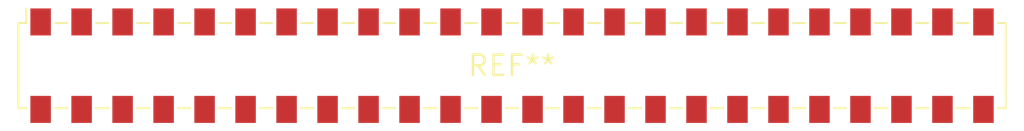
<source format=kicad_pcb>
(kicad_pcb (version 20240108) (generator pcbnew)
  (layers (0 "F.Cu" signal) (31 "B.Cu" signal) (34 "B.Paste" user) (35 "F.Paste" user) (36 "B.SilkS" user "B.Silkscreen") (37 "F.SilkS" user "F.Silkscreen") (38 "B.Mask" user) (39 "F.Mask" user) (44 "Edge.Cuts" user))
  (net 0 "")
  (footprint "Samtec_HLE-124-02-xxx-DV-BE-LC_2x24_P2.54mm_Horizontal" (layer "F.Cu") (at 0 0)
    (property "Reference" "REF**")
    (property "Value" "Samtec_HLE-124-02-xxx-DV-BE-LC_2x24_P2.54mm_Horizontal")
    (fp_line (start -30.59 -2.65) (end -30.59 2.65) (layer "F.SilkS") (stroke (width 0.12)))
    (fp_line (start -30.59 2.65) (end -30.105 2.65) (layer "F.SilkS") (stroke (width 0.12)))
    (fp_line (start -30.105 -3.56) (end -30.105 -2.65) (layer "F.SilkS") (stroke (width 0.12)))
    (fp_line (start -30.105 -2.65) (end -30.59 -2.65) (layer "F.SilkS") (stroke (width 0.12)))
    (fp_line (start -28.315 -2.65) (end -27.565 -2.65) (layer "F.SilkS") (stroke (width 0.12)))
    (fp_line (start -28.315 2.65) (end -27.565 2.65) (layer "F.SilkS") (stroke (width 0.12)))
    (fp_line (start -25.775 -2.65) (end -25.025 -2.65) (layer "F.SilkS") (stroke (width 0.12)))
    (fp_line (start -25.775 2.65) (end -25.025 2.65) (layer "F.SilkS") (stroke (width 0.12)))
    (fp_line (start -23.235 -2.65) (end -22.485 -2.65) (layer "F.SilkS") (stroke (width 0.12)))
    (fp_line (start -23.235 2.65) (end -22.485 2.65) (layer "F.SilkS") (stroke (width 0.12)))
    (fp_line (start -20.695 -2.65) (end -19.945 -2.65) (layer "F.SilkS") (stroke (width 0.12)))
    (fp_line (start -20.695 2.65) (end -19.945 2.65) (layer "F.SilkS") (stroke (width 0.12)))
    (fp_line (start -18.155 -2.65) (end -17.405 -2.65) (layer "F.SilkS") (stroke (width 0.12)))
    (fp_line (start -18.155 2.65) (end -17.405 2.65) (layer "F.SilkS") (stroke (width 0.12)))
    (fp_line (start -15.615 -2.65) (end -14.865 -2.65) (layer "F.SilkS") (stroke (width 0.12)))
    (fp_line (start -15.615 2.65) (end -14.865 2.65) (layer "F.SilkS") (stroke (width 0.12)))
    (fp_line (start -13.075 -2.65) (end -12.325 -2.65) (layer "F.SilkS") (stroke (width 0.12)))
    (fp_line (start -13.075 2.65) (end -12.325 2.65) (layer "F.SilkS") (stroke (width 0.12)))
    (fp_line (start -10.535 -2.65) (end -9.785 -2.65) (layer "F.SilkS") (stroke (width 0.12)))
    (fp_line (start -10.535 2.65) (end -9.785 2.65) (layer "F.SilkS") (stroke (width 0.12)))
    (fp_line (start -7.995 -2.65) (end -7.245 -2.65) (layer "F.SilkS") (stroke (width 0.12)))
    (fp_line (start -7.995 2.65) (end -7.245 2.65) (layer "F.SilkS") (stroke (width 0.12)))
    (fp_line (start -5.455 -2.65) (end -4.705 -2.65) (layer "F.SilkS") (stroke (width 0.12)))
    (fp_line (start -5.455 2.65) (end -4.705 2.65) (layer "F.SilkS") (stroke (width 0.12)))
    (fp_line (start -2.915 -2.65) (end -2.165 -2.65) (layer "F.SilkS") (stroke (width 0.12)))
    (fp_line (start -2.915 2.65) (end -2.165 2.65) (layer "F.SilkS") (stroke (width 0.12)))
    (fp_line (start -0.375 -2.65) (end 0.375 -2.65) (layer "F.SilkS") (stroke (width 0.12)))
    (fp_line (start -0.375 2.65) (end 0.375 2.65) (layer "F.SilkS") (stroke (width 0.12)))
    (fp_line (start 2.165 -2.65) (end 2.915 -2.65) (layer "F.SilkS") (stroke (width 0.12)))
    (fp_line (start 2.165 2.65) (end 2.915 2.65) (layer "F.SilkS") (stroke (width 0.12)))
    (fp_line (start 4.705 -2.65) (end 5.455 -2.65) (layer "F.SilkS") (stroke (width 0.12)))
    (fp_line (start 4.705 2.65) (end 5.455 2.65) (layer "F.SilkS") (stroke (width 0.12)))
    (fp_line (start 7.245 -2.65) (end 7.995 -2.65) (layer "F.SilkS") (stroke (width 0.12)))
    (fp_line (start 7.245 2.65) (end 7.995 2.65) (layer "F.SilkS") (stroke (width 0.12)))
    (fp_line (start 9.785 -2.65) (end 10.535 -2.65) (layer "F.SilkS") (stroke (width 0.12)))
    (fp_line (start 9.785 2.65) (end 10.535 2.65) (layer "F.SilkS") (stroke (width 0.12)))
    (fp_line (start 12.325 -2.65) (end 13.075 -2.65) (layer "F.SilkS") (stroke (width 0.12)))
    (fp_line (start 12.325 2.65) (end 13.075 2.65) (layer "F.SilkS") (stroke (width 0.12)))
    (fp_line (start 14.865 -2.65) (end 15.615 -2.65) (layer "F.SilkS") (stroke (width 0.12)))
    (fp_line (start 14.865 2.65) (end 15.615 2.65) (layer "F.SilkS") (stroke (width 0.12)))
    (fp_line (start 17.405 -2.65) (end 18.155 -2.65) (layer "F.SilkS") (stroke (width 0.12)))
    (fp_line (start 17.405 2.65) (end 18.155 2.65) (layer "F.SilkS") (stroke (width 0.12)))
    (fp_line (start 19.945 -2.65) (end 20.695 -2.65) (layer "F.SilkS") (stroke (width 0.12)))
    (fp_line (start 19.945 2.65) (end 20.695 2.65) (layer "F.SilkS") (stroke (width 0.12)))
    (fp_line (start 22.485 -2.65) (end 23.235 -2.65) (layer "F.SilkS") (stroke (width 0.12)))
    (fp_line (start 22.485 2.65) (end 23.235 2.65) (layer "F.SilkS") (stroke (width 0.12)))
    (fp_line (start 25.025 -2.65) (end 25.775 -2.65) (layer "F.SilkS") (stroke (width 0.12)))
    (fp_line (start 25.025 2.65) (end 25.775 2.65) (layer "F.SilkS") (stroke (width 0.12)))
    (fp_line (start 27.565 -2.65) (end 28.315 -2.65) (layer "F.SilkS") (stroke (width 0.12)))
    (fp_line (start 27.565 2.65) (end 28.315 2.65) (layer "F.SilkS") (stroke (width 0.12)))
    (fp_line (start 30.105 -2.65) (end 30.59 -2.65) (layer "F.SilkS") (stroke (width 0.12)))
    (fp_line (start 30.59 -2.65) (end 30.59 2.65) (layer "F.SilkS") (stroke (width 0.12)))
    (fp_line (start 30.59 2.65) (end 30.105 2.65) (layer "F.SilkS") (stroke (width 0.12)))
    (pad "" np_thru_hole circle (at -29.21 -1.27) (size 0.97 0.97) (drill 0.97) (layers *.Cu *.Mask))
    (pad "" np_thru_hole circle (at -29.21 1.27) (size 0.97 0.97) (drill 0.97) (layers *.Cu *.Mask))
    (pad "" np_thru_hole circle (at -27.94 0) (size 1.19 1.19) (drill 1.19) (layers *.Cu *.Mask))
    (pad "" np_thru_hole circle (at -26.67 -1.27) (size 0.97 0.97) (drill 0.97) (layers *.Cu *.Mask))
    (pad "" np_thru_hole circle (at -26.67 1.27) (size 0.97 0.97) (drill 0.97) (layers *.Cu *.Mask))
    (pad "" np_thru_hole circle (at -24.13 -1.27) (size 0.97 0.97) (drill 0.97) (layers *.Cu *.Mask))
    (pad "" np_thru_hole circle (at -24.13 1.27) (size 0.97 0.97) (drill 0.97) (layers *.Cu *.Mask))
    (pad "" np_thru_hole circle (at -21.59 -1.27) (size 0.97 0.97) (drill 0.97) (layers *.Cu *.Mask))
    (pad "" np_thru_hole circle (at -21.59 1.27) (size 0.97 0.97) (drill 0.97) (layers *.Cu *.Mask))
    (pad "" np_thru_hole circle (at -19.05 -1.27) (size 0.97 0.97) (drill 0.97) (layers *.Cu *.Mask))
    (pad "" np_thru_hole circle (at -19.05 1.27) (size 0.97 0.97) (drill 0.97) (layers *.Cu *.Mask))
    (pad "" np_thru_hole circle (at -16.51 -1.27) (size 0.97 0.97) (drill 0.97) (layers *.Cu *.Mask))
    (pad "" np_thru_hole circle (at -16.51 1.27) (size 0.97 0.97) (drill 0.97) (layers *.Cu *.Mask))
    (pad "" np_thru_hole circle (at -13.97 -1.27) (size 0.97 0.97) (drill 0.97) (layers *.Cu *.Mask))
    (pad "" np_thru_hole circle (at -13.97 1.27) (size 0.97 0.97) (drill 0.97) (layers *.Cu *.Mask))
    (pad "" np_thru_hole circle (at -11.43 -1.27) (size 0.97 0.97) (drill 0.97) (layers *.Cu *.Mask))
    (pad "" np_thru_hole circle (at -11.43 1.27) (size 0.97 0.97) (drill 0.97) (layers *.Cu *.Mask))
    (pad "" np_thru_hole circle (at -8.89 -1.27) (size 0.97 0.97) (drill 0.97) (layers *.Cu *.Mask))
    (pad "" np_thru_hole circle (at -8.89 1.27) (size 0.97 0.97) (drill 0.97) (layers *.Cu *.Mask))
    (pad "" np_thru_hole circle (at -6.35 -1.27) (size 0.97 0.97) (drill 0.97) (layers *.Cu *.Mask))
    (pad "" np_thru_hole circle (at -6.35 1.27) (size 0.97 0.97) (drill 0.97) (layers *.Cu *.Mask))
    (pad "" np_thru_hole circle (at -3.81 -1.27) (size 0.97 0.97) (drill 0.97) (layers *.Cu *.Mask))
    (pad "" np_thru_hole circle (at -3.81 1.27) (size 0.97 0.97) (drill 0.97) (layers *.Cu *.Mask))
    (pad "" np_thru_hole circle (at -1.27 -1.27) (size 0.97 0.97) (drill 0.97) (layers *.Cu *.Mask))
    (pad "" np_thru_hole circle (at -1.27 1.27) (size 0.97 0.97) (drill 0.97) (layers *.Cu *.Mask))
    (pad "" np_thru_hole circle (at 1.27 -1.27) (size 0.97 0.97) (drill 0.97) (layers *.Cu *.Mask))
    (pad "" np_thru_hole circle (at 1.27 1.27) (size 0.97 0.97) (drill 0.97) (layers *.Cu *.Mask))
    (pad "" np_thru_hole circle (at 3.81 -1.27) (size 0.97 0.97) (drill 0.97) (layers *.Cu *.Mask))
    (pad "" np_thru_hole circle (at 3.81 1.27) (size 0.97 0.97) (drill 0.97) (layers *.Cu *.Mask))
    (pad "" np_thru_hole circle (at 6.35 -1.27) (size 0.97 0.97) (drill 0.97) (layers *.Cu *.Mask))
    (pad "" np_thru_hole circle (at 6.35 1.27) (size 0.97 0.97) (drill 0.97) (layers *.Cu *.Mask))
    (pad "" np_thru_hole circle (at 8.89 -1.27) (size 0.97 0.97) (drill 0.97) (layers *.Cu *.Mask))
    (pad "" np_thru_hole circle (at 8.89 1.27) (size 0.97 0.97) (drill 0.97) (layers *.Cu *.Mask))
    (pad "" np_thru_hole circle (at 11.43 -1.27) (size 0.97 0.97) (drill 0.97) (layers *.Cu *.Mask))
    (pad "" np_thru_hole circle (at 11.43 1.27) (size 0.97 0.97) (drill 0.97) (layers *.Cu *.Mask))
    (pad "" np_thru_hole circle (at 13.97 -1.27) (size 0.97 0.97) (drill 0.97) (layers *.Cu *.Mask))
    (pad "" np_thru_hole circle (at 13.97 1.27) (size 0.97 0.97) (drill 0.97) (layers *.Cu *.Mask))
    (pad "" np_thru_hole circle (at 16.51 -1.27) (size 0.97 0.97) (drill 0.97) (layers *.Cu *.Mask))
    (pad "" np_thru_hole circle (at 16.51 1.27) (size 0.97 0.97) (drill 0.97) (layers *.Cu *.Mask))
    (pad "" np_thru_hole circle (at 19.05 -1.27) (size 0.97 0.97) (drill 0.97) (layers *.Cu *.Mask))
    (pad "" np_thru_hole circle (at 19.05 1.27) (size 0.97 0.97) (drill 0.97) (layers *.Cu *.Mask))
    (pad "" np_thru_hole circle (at 21.59 -1.27) (size 0.97 0.97) (drill 0.97) (layers *.Cu *.Mask))
    (pad "" np_thru_hole circle (at 21.59 1.27) (size 0.97 0.97) (drill 0.97) (layers *.Cu *.Mask))
    (pad "" np_thru_hole circle (at 24.13 -1.27) (size 0.97 0.97) (drill 0.97) (layers *.Cu *.Mask))
    (pad "" np_thru_hole circle (at 24.13 1.27) (size 0.97 0.97) (drill 0.97) (layers *.Cu *.Mask))
    (pad "" np_thru_hole circle (at 26.67 -1.27) (size 0.97 0.97) (drill 0.97) (layers *.Cu *.Mask))
    (pad "" np_thru_hole circle (at 26.67 1.27) (size 0.97 0.97) (drill 0.97) (layers *.Cu *.Mask))
    (pad "" np_thru_hole circle (at 27.94 0) (size 1.19 1.19) (drill 1.19) (layers *.Cu *.Mask))
    (pad "" np_thru_hole circle (at 29.21 -1.27) (size 0.97 0.97) (drill 0.97) (layers *.Cu *.Mask))
    (pad "" np_thru_hole circle (at 29.21 1.27) (size 0.97 0.97) (drill 0.97) (layers *.Cu *.Mask))
    (pad "1" smd rect (at -29.21 -2.72) (size 1.27 1.68) (layers "F.Cu" "F.Paste" "F.Mask"))
    (pad "2" smd rect (at -29.21 2.72) (size 1.27 1.68) (layers "F.Cu" "F.Paste" "F.Mask"))
    (pad "3" smd rect (at -26.67 -2.72) (size 1.27 1.68) (layers "F.Cu" "F.Paste" "F.Mask"))
    (pad "4" smd rect (at -26.67 2.72) (size 1.27 1.68) (layers "F.Cu" "F.Paste" "F.Mask"))
    (pad "5" smd rect (at -24.13 -2.72) (size 1.27 1.68) (layers "F.Cu" "F.Paste" "F.Mask"))
    (pad "6" smd rect (at -24.13 2.72) (size 1.27 1.68) (layers "F.Cu" "F.Paste" "F.Mask"))
    (pad "7" smd rect (at -21.59 -2.72) (size 1.27 1.68) (layers "F.Cu" "F.Paste" "F.Mask"))
    (pad "8" smd rect (at -21.59 2.72) (size 1.27 1.68) (layers "F.Cu" "F.Paste" "F.Mask"))
    (pad "9" smd rect (at -19.05 -2.72) (size 1.27 1.68) (layers "F.Cu" "F.Paste" "F.Mask"))
    (pad "10" smd rect (at -19.05 2.72) (size 1.27 1.68) (layers "F.Cu" "F.Paste" "F.Mask"))
    (pad "11" smd rect (at -16.51 -2.72) (size 1.27 1.68) (layers "F.Cu" "F.Paste" "F.Mask"))
    (pad "12" smd rect (at -16.51 2.72) (size 1.27 1.68) (layers "F.Cu" "F.Paste" "F.Mask"))
    (pad "13" smd rect (at -13.97 -2.72) (size 1.27 1.68) (layers "F.Cu" "F.Paste" "F.Mask"))
    (pad "14" smd rect (at -13.97 2.72) (size 1.27 1.68) (layers "F.Cu" "F.Paste" "F.Mask"))
    (pad "15" smd rect (at -11.43 -2.72) (size 1.27 1.68) (layers "F.Cu" "F.Paste" "F.Mask"))
    (pad "16" smd rect (at -11.43 2.72) (size 1.27 1.68) (layers "F.Cu" "F.Paste" "F.Mask"))
    (pad "17" smd rect (at -8.89 -2.72) (size 1.27 1.68) (layers "F.Cu" "F.Paste" "F.Mask"))
    (pad "18" smd rect (at -8.89 2.72) (size 1.27 1.68) (layers "F.Cu" "F.Paste" "F.Mask"))
    (pad "19" smd rect (at -6.35 -2.72) (size 1.27 1.68) (layers "F.Cu" "F.Paste" "F.Mask"))
    (pad "20" smd rect (at -6.35 2.72) (size 1.27 1.68) (layers "F.Cu" "F.Paste" "F.Mask"))
    (pad "21" smd rect (at -3.81 -2.72) (size 1.27 1.68) (layers "F.Cu" "F.Paste" "F.Mask"))
    (pad "22" smd rect (at -3.81 2.72) (size 1.27 1.68) (layers "F.Cu" "F.Paste" "F.Mask"))
    (pad "23" smd rect (at -1.27 -2.72) (size 1.27 1.68) (layers "F.Cu" "F.Paste" "F.Mask"))
    (pad "24" smd rect (at -1.27 2.72) (size 1.27 1.68) (layers "F.Cu" "F.Paste" "F.Mask"))
    (pad "25" smd rect (at 1.27 -2.72) (size 1.27 1.68) (layers "F.Cu" "F.Paste" "F.Mask"))
    (pad "26" smd rect (at 1.27 2.72) (size 1.27 1.68) (layers "F.Cu" "F.Paste" "F.Mask"))
    (pad "27" smd rect (at 3.81 -2.72) (size 1.27 1.68) (layers "F.Cu" "F.Paste" "F.Mask"))
    (pad "28" smd rect (at 3.81 2.72) (size 1.27 1.68) (layers "F.Cu" "F.Paste" "F.Mask"))
    (pad "29" smd rect (at 6.35 -2.72) (size 1.27 1.68) (layers "F.Cu" "F.Paste" "F.Mask"))
    (pad "30" smd rect (at 6.35 2.72) (size 1.27 1.68) (layers "F.Cu" "F.Paste" "F.Mask"))
    (pad "31" smd rect (at 8.89 -2.72) (size 1.27 1.68) (layers "F.Cu" "F.Paste" "F.Mask"))
    (pad "32" smd rect (at 8.89 2.72) (size 1.27 1.68) (layers "F.Cu" "F.Paste" "F.Mask"))
    (pad "33" smd rect (at 11.43 -2.72) (size 1.27 1.68) (layers "F.Cu" "F.Paste" "F.Mask"))
    (pad "34" smd rect (at 11.43 2.72) (size 1.27 1.68) (layers "F.Cu" "F.Paste" "F.Mask"))
    (pad "35" smd rect (at 13.97 -2.72) (size 1.27 1.68) (layers "F.Cu" "F.Paste" "F.Mask"))
    (pad "36" smd rect (at 13.97 2.72) (size 1.27 1.68) (layers "F.Cu" "F.Paste" "F.Mask"))
    (pad "37" smd rect (at 16.51 -2.72) (size 1.27 1.68) (layers "F.Cu" "F.Paste" "F.Mask"))
    (pad "38" smd rect (at 16.51 2.72) (size 1.27 1.68) (layers "F.Cu" "F.Paste" "F.Mask"))
    (pad "39" smd rect (at 19.05 -2.72) (size 1.27 1.68) (layers "F.Cu" "F.Paste" "F.Mask"))
    (pad "40" smd rect (at 19.05 2.72) (size 1.27 1.68) (layers "F.Cu" "F.Paste" "F.Mask"))
    (pad "41" smd rect (at 21.59 -2.72) (size 1.27 1.68) (layers "F.Cu" "F.Paste" "F.Mask"))
    (pad "42" smd rect (at 21.59 2.72) (size 1.27 1.68) (layers "F.Cu" "F.Paste" "F.Mask"))
    (pad "43" smd rect (at 24.13 -2.72) (size 1.27 1.68) (layers "F.Cu" "F.Paste" "F.Mask"))
    (pad "44" smd rect (at 24.13 2.72) (size 1.27 1.68) (layers "F.Cu" "F.Paste" "F.Mask"))
    (pad "45" smd rect (at 26.67 -2.72) (size 1.27 1.68) (layers "F.Cu" "F.Paste" "F.Mask"))
    (pad "46" smd rect (at 26.67 2.72) (size 1.27 1.68) (layers "F.Cu" "F.Paste" "F.Mask"))
    (pad "47" smd rect (at 29.21 -2.72) (size 1.27 1.68) (layers "F.Cu" "F.Paste" "F.Mask"))
    (pad "48" smd rect (at 29.21 2.72) (size 1.27 1.68) (layers "F.Cu" "F.Paste" "F.Mask"))
  )
)
</source>
